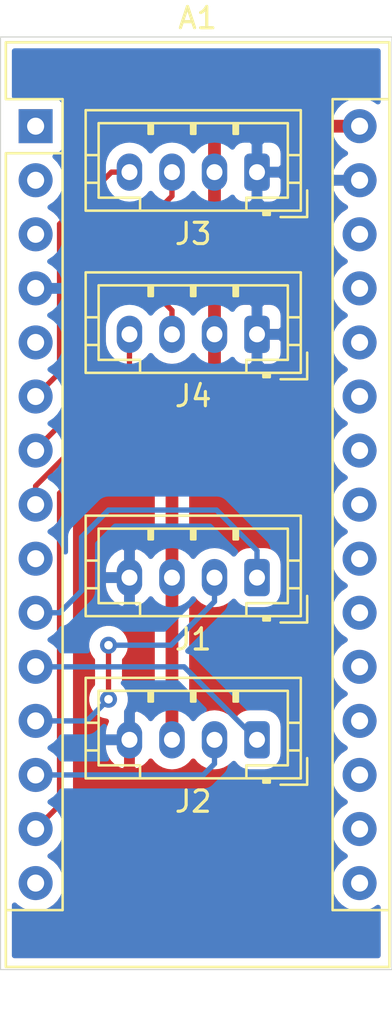
<source format=kicad_pcb>
(kicad_pcb (version 20171130) (host pcbnew "(5.1.5-0-10_14)")

  (general
    (thickness 1.6)
    (drawings 4)
    (tracks 49)
    (zones 0)
    (modules 5)
    (nets 11)
  )

  (page A4)
  (layers
    (0 F.Cu signal)
    (31 B.Cu signal)
    (32 B.Adhes user)
    (33 F.Adhes user)
    (34 B.Paste user)
    (35 F.Paste user)
    (36 B.SilkS user)
    (37 F.SilkS user)
    (38 B.Mask user)
    (39 F.Mask user)
    (40 Dwgs.User user)
    (41 Cmts.User user)
    (42 Eco1.User user)
    (43 Eco2.User user)
    (44 Edge.Cuts user)
    (45 Margin user)
    (46 B.CrtYd user)
    (47 F.CrtYd user)
    (48 B.Fab user)
    (49 F.Fab user)
  )

  (setup
    (last_trace_width 0.25)
    (trace_clearance 0.2)
    (zone_clearance 0.508)
    (zone_45_only no)
    (trace_min 0.2)
    (via_size 0.8)
    (via_drill 0.4)
    (via_min_size 0.4)
    (via_min_drill 0.3)
    (uvia_size 0.3)
    (uvia_drill 0.1)
    (uvias_allowed no)
    (uvia_min_size 0.2)
    (uvia_min_drill 0.1)
    (edge_width 0.05)
    (segment_width 0.2)
    (pcb_text_width 0.3)
    (pcb_text_size 1.5 1.5)
    (mod_edge_width 0.12)
    (mod_text_size 1 1)
    (mod_text_width 0.15)
    (pad_size 1.524 1.524)
    (pad_drill 0.762)
    (pad_to_mask_clearance 0.051)
    (solder_mask_min_width 0.25)
    (aux_axis_origin 0 0)
    (visible_elements FFFFFF7F)
    (pcbplotparams
      (layerselection 0x010fc_ffffffff)
      (usegerberextensions false)
      (usegerberattributes false)
      (usegerberadvancedattributes false)
      (creategerberjobfile false)
      (excludeedgelayer true)
      (linewidth 0.100000)
      (plotframeref false)
      (viasonmask false)
      (mode 1)
      (useauxorigin false)
      (hpglpennumber 1)
      (hpglpenspeed 20)
      (hpglpendiameter 15.000000)
      (psnegative false)
      (psa4output false)
      (plotreference true)
      (plotvalue true)
      (plotinvisibletext false)
      (padsonsilk false)
      (subtractmaskfromsilk false)
      (outputformat 1)
      (mirror false)
      (drillshape 1)
      (scaleselection 1)
      (outputdirectory ""))
  )

  (net 0 "")
  (net 1 ControlC2)
  (net 2 +12V)
  (net 3 ControlC1)
  (net 4 GND)
  (net 5 SenseC2)
  (net 6 SenseC1)
  (net 7 ControlF2)
  (net 8 ControlF1)
  (net 9 SenseF2)
  (net 10 SenseF1)

  (net_class Default "Dies ist die voreingestellte Netzklasse."
    (clearance 0.2)
    (trace_width 0.25)
    (via_dia 0.8)
    (via_drill 0.4)
    (uvia_dia 0.3)
    (uvia_drill 0.1)
    (add_net ControlC1)
    (add_net ControlC2)
    (add_net ControlF1)
    (add_net ControlF2)
    (add_net GND)
    (add_net SenseC1)
    (add_net SenseC2)
    (add_net SenseF1)
    (add_net SenseF2)
  )

  (net_class +12V ""
    (clearance 0.2)
    (trace_width 0.6)
    (via_dia 0.8)
    (via_drill 0.4)
    (uvia_dia 0.3)
    (uvia_drill 0.1)
    (add_net +12V)
  )

  (module Module:Arduino_Nano (layer F.Cu) (tedit 58ACAF70) (tstamp 5F39DE37)
    (at 124.841 87.376)
    (descr "Arduino Nano, http://www.mouser.com/pdfdocs/Gravitech_Arduino_Nano3_0.pdf")
    (tags "Arduino Nano")
    (path /5F398B77)
    (fp_text reference A1 (at 7.62 -5.08) (layer F.SilkS)
      (effects (font (size 1 1) (thickness 0.15)))
    )
    (fp_text value Arduino_Nano_v3.x (at 8.89 19.05 90) (layer F.Fab)
      (effects (font (size 1 1) (thickness 0.15)))
    )
    (fp_line (start 16.75 42.16) (end -1.53 42.16) (layer F.CrtYd) (width 0.05))
    (fp_line (start 16.75 42.16) (end 16.75 -4.06) (layer F.CrtYd) (width 0.05))
    (fp_line (start -1.53 -4.06) (end -1.53 42.16) (layer F.CrtYd) (width 0.05))
    (fp_line (start -1.53 -4.06) (end 16.75 -4.06) (layer F.CrtYd) (width 0.05))
    (fp_line (start 16.51 -3.81) (end 16.51 39.37) (layer F.Fab) (width 0.1))
    (fp_line (start 0 -3.81) (end 16.51 -3.81) (layer F.Fab) (width 0.1))
    (fp_line (start -1.27 -2.54) (end 0 -3.81) (layer F.Fab) (width 0.1))
    (fp_line (start -1.27 39.37) (end -1.27 -2.54) (layer F.Fab) (width 0.1))
    (fp_line (start 16.51 39.37) (end -1.27 39.37) (layer F.Fab) (width 0.1))
    (fp_line (start 16.64 -3.94) (end -1.4 -3.94) (layer F.SilkS) (width 0.12))
    (fp_line (start 16.64 39.5) (end 16.64 -3.94) (layer F.SilkS) (width 0.12))
    (fp_line (start -1.4 39.5) (end 16.64 39.5) (layer F.SilkS) (width 0.12))
    (fp_line (start 3.81 41.91) (end 3.81 31.75) (layer F.Fab) (width 0.1))
    (fp_line (start 11.43 41.91) (end 3.81 41.91) (layer F.Fab) (width 0.1))
    (fp_line (start 11.43 31.75) (end 11.43 41.91) (layer F.Fab) (width 0.1))
    (fp_line (start 3.81 31.75) (end 11.43 31.75) (layer F.Fab) (width 0.1))
    (fp_line (start 1.27 36.83) (end -1.4 36.83) (layer F.SilkS) (width 0.12))
    (fp_line (start 1.27 1.27) (end 1.27 36.83) (layer F.SilkS) (width 0.12))
    (fp_line (start 1.27 1.27) (end -1.4 1.27) (layer F.SilkS) (width 0.12))
    (fp_line (start 13.97 36.83) (end 16.64 36.83) (layer F.SilkS) (width 0.12))
    (fp_line (start 13.97 -1.27) (end 13.97 36.83) (layer F.SilkS) (width 0.12))
    (fp_line (start 13.97 -1.27) (end 16.64 -1.27) (layer F.SilkS) (width 0.12))
    (fp_line (start -1.4 -3.94) (end -1.4 -1.27) (layer F.SilkS) (width 0.12))
    (fp_line (start -1.4 1.27) (end -1.4 39.5) (layer F.SilkS) (width 0.12))
    (fp_line (start 1.27 -1.27) (end -1.4 -1.27) (layer F.SilkS) (width 0.12))
    (fp_line (start 1.27 1.27) (end 1.27 -1.27) (layer F.SilkS) (width 0.12))
    (fp_text user %R (at 6.35 19.05 90) (layer F.Fab)
      (effects (font (size 1 1) (thickness 0.15)))
    )
    (pad 16 thru_hole oval (at 15.24 35.56) (size 1.6 1.6) (drill 0.8) (layers *.Cu *.Mask))
    (pad 15 thru_hole oval (at 0 35.56) (size 1.6 1.6) (drill 0.8) (layers *.Cu *.Mask))
    (pad 30 thru_hole oval (at 15.24 0) (size 1.6 1.6) (drill 0.8) (layers *.Cu *.Mask)
      (net 2 +12V))
    (pad 14 thru_hole oval (at 0 33.02) (size 1.6 1.6) (drill 0.8) (layers *.Cu *.Mask)
      (net 7 ControlF2))
    (pad 29 thru_hole oval (at 15.24 2.54) (size 1.6 1.6) (drill 0.8) (layers *.Cu *.Mask)
      (net 4 GND))
    (pad 13 thru_hole oval (at 0 30.48) (size 1.6 1.6) (drill 0.8) (layers *.Cu *.Mask)
      (net 5 SenseC2))
    (pad 28 thru_hole oval (at 15.24 5.08) (size 1.6 1.6) (drill 0.8) (layers *.Cu *.Mask))
    (pad 12 thru_hole oval (at 0 27.94) (size 1.6 1.6) (drill 0.8) (layers *.Cu *.Mask)
      (net 6 SenseC1))
    (pad 27 thru_hole oval (at 15.24 7.62) (size 1.6 1.6) (drill 0.8) (layers *.Cu *.Mask))
    (pad 11 thru_hole oval (at 0 25.4) (size 1.6 1.6) (drill 0.8) (layers *.Cu *.Mask)
      (net 1 ControlC2))
    (pad 26 thru_hole oval (at 15.24 10.16) (size 1.6 1.6) (drill 0.8) (layers *.Cu *.Mask))
    (pad 10 thru_hole oval (at 0 22.86) (size 1.6 1.6) (drill 0.8) (layers *.Cu *.Mask)
      (net 3 ControlC1))
    (pad 25 thru_hole oval (at 15.24 12.7) (size 1.6 1.6) (drill 0.8) (layers *.Cu *.Mask))
    (pad 9 thru_hole oval (at 0 20.32) (size 1.6 1.6) (drill 0.8) (layers *.Cu *.Mask))
    (pad 24 thru_hole oval (at 15.24 15.24) (size 1.6 1.6) (drill 0.8) (layers *.Cu *.Mask))
    (pad 8 thru_hole oval (at 0 17.78) (size 1.6 1.6) (drill 0.8) (layers *.Cu *.Mask)
      (net 9 SenseF2))
    (pad 23 thru_hole oval (at 15.24 17.78) (size 1.6 1.6) (drill 0.8) (layers *.Cu *.Mask))
    (pad 7 thru_hole oval (at 0 15.24) (size 1.6 1.6) (drill 0.8) (layers *.Cu *.Mask)
      (net 10 SenseF1))
    (pad 22 thru_hole oval (at 15.24 20.32) (size 1.6 1.6) (drill 0.8) (layers *.Cu *.Mask))
    (pad 6 thru_hole oval (at 0 12.7) (size 1.6 1.6) (drill 0.8) (layers *.Cu *.Mask)
      (net 8 ControlF1))
    (pad 21 thru_hole oval (at 15.24 22.86) (size 1.6 1.6) (drill 0.8) (layers *.Cu *.Mask))
    (pad 5 thru_hole oval (at 0 10.16) (size 1.6 1.6) (drill 0.8) (layers *.Cu *.Mask))
    (pad 20 thru_hole oval (at 15.24 25.4) (size 1.6 1.6) (drill 0.8) (layers *.Cu *.Mask))
    (pad 4 thru_hole oval (at 0 7.62) (size 1.6 1.6) (drill 0.8) (layers *.Cu *.Mask)
      (net 4 GND))
    (pad 19 thru_hole oval (at 15.24 27.94) (size 1.6 1.6) (drill 0.8) (layers *.Cu *.Mask))
    (pad 3 thru_hole oval (at 0 5.08) (size 1.6 1.6) (drill 0.8) (layers *.Cu *.Mask))
    (pad 18 thru_hole oval (at 15.24 30.48) (size 1.6 1.6) (drill 0.8) (layers *.Cu *.Mask))
    (pad 2 thru_hole oval (at 0 2.54) (size 1.6 1.6) (drill 0.8) (layers *.Cu *.Mask))
    (pad 17 thru_hole oval (at 15.24 33.02) (size 1.6 1.6) (drill 0.8) (layers *.Cu *.Mask))
    (pad 1 thru_hole rect (at 0 0) (size 1.6 1.6) (drill 0.8) (layers *.Cu *.Mask))
    (model ${KISYS3DMOD}/Module.3dshapes/Arduino_Nano_WithMountingHoles.wrl
      (at (xyz 0 0 0))
      (scale (xyz 1 1 1))
      (rotate (xyz 0 0 0))
    )
  )

  (module Connector_JST:JST_PH_B4B-PH-K_1x04_P2.00mm_Vertical (layer F.Cu) (tedit 5B7745C2) (tstamp 5F39D637)
    (at 135.255 97.155 180)
    (descr "JST PH series connector, B4B-PH-K (http://www.jst-mfg.com/product/pdf/eng/ePH.pdf), generated with kicad-footprint-generator")
    (tags "connector JST PH side entry")
    (path /5F39FA4E)
    (fp_text reference J4 (at 3 -2.9) (layer F.SilkS)
      (effects (font (size 1 1) (thickness 0.15)))
    )
    (fp_text value Conn_01x04_Male (at 3 4) (layer F.Fab)
      (effects (font (size 1 1) (thickness 0.15)))
    )
    (fp_text user %R (at 3 1.5) (layer F.Fab)
      (effects (font (size 1 1) (thickness 0.15)))
    )
    (fp_line (start 8.45 -2.2) (end -2.45 -2.2) (layer F.CrtYd) (width 0.05))
    (fp_line (start 8.45 3.3) (end 8.45 -2.2) (layer F.CrtYd) (width 0.05))
    (fp_line (start -2.45 3.3) (end 8.45 3.3) (layer F.CrtYd) (width 0.05))
    (fp_line (start -2.45 -2.2) (end -2.45 3.3) (layer F.CrtYd) (width 0.05))
    (fp_line (start 7.95 -1.7) (end -1.95 -1.7) (layer F.Fab) (width 0.1))
    (fp_line (start 7.95 2.8) (end 7.95 -1.7) (layer F.Fab) (width 0.1))
    (fp_line (start -1.95 2.8) (end 7.95 2.8) (layer F.Fab) (width 0.1))
    (fp_line (start -1.95 -1.7) (end -1.95 2.8) (layer F.Fab) (width 0.1))
    (fp_line (start -2.36 -2.11) (end -2.36 -0.86) (layer F.Fab) (width 0.1))
    (fp_line (start -1.11 -2.11) (end -2.36 -2.11) (layer F.Fab) (width 0.1))
    (fp_line (start -2.36 -2.11) (end -2.36 -0.86) (layer F.SilkS) (width 0.12))
    (fp_line (start -1.11 -2.11) (end -2.36 -2.11) (layer F.SilkS) (width 0.12))
    (fp_line (start 5 2.3) (end 5 1.8) (layer F.SilkS) (width 0.12))
    (fp_line (start 5.1 1.8) (end 5.1 2.3) (layer F.SilkS) (width 0.12))
    (fp_line (start 4.9 1.8) (end 5.1 1.8) (layer F.SilkS) (width 0.12))
    (fp_line (start 4.9 2.3) (end 4.9 1.8) (layer F.SilkS) (width 0.12))
    (fp_line (start 3 2.3) (end 3 1.8) (layer F.SilkS) (width 0.12))
    (fp_line (start 3.1 1.8) (end 3.1 2.3) (layer F.SilkS) (width 0.12))
    (fp_line (start 2.9 1.8) (end 3.1 1.8) (layer F.SilkS) (width 0.12))
    (fp_line (start 2.9 2.3) (end 2.9 1.8) (layer F.SilkS) (width 0.12))
    (fp_line (start 1 2.3) (end 1 1.8) (layer F.SilkS) (width 0.12))
    (fp_line (start 1.1 1.8) (end 1.1 2.3) (layer F.SilkS) (width 0.12))
    (fp_line (start 0.9 1.8) (end 1.1 1.8) (layer F.SilkS) (width 0.12))
    (fp_line (start 0.9 2.3) (end 0.9 1.8) (layer F.SilkS) (width 0.12))
    (fp_line (start 8.06 0.8) (end 7.45 0.8) (layer F.SilkS) (width 0.12))
    (fp_line (start 8.06 -0.5) (end 7.45 -0.5) (layer F.SilkS) (width 0.12))
    (fp_line (start -2.06 0.8) (end -1.45 0.8) (layer F.SilkS) (width 0.12))
    (fp_line (start -2.06 -0.5) (end -1.45 -0.5) (layer F.SilkS) (width 0.12))
    (fp_line (start 5.5 -1.2) (end 5.5 -1.81) (layer F.SilkS) (width 0.12))
    (fp_line (start 7.45 -1.2) (end 5.5 -1.2) (layer F.SilkS) (width 0.12))
    (fp_line (start 7.45 2.3) (end 7.45 -1.2) (layer F.SilkS) (width 0.12))
    (fp_line (start -1.45 2.3) (end 7.45 2.3) (layer F.SilkS) (width 0.12))
    (fp_line (start -1.45 -1.2) (end -1.45 2.3) (layer F.SilkS) (width 0.12))
    (fp_line (start 0.5 -1.2) (end -1.45 -1.2) (layer F.SilkS) (width 0.12))
    (fp_line (start 0.5 -1.81) (end 0.5 -1.2) (layer F.SilkS) (width 0.12))
    (fp_line (start -0.3 -1.91) (end -0.6 -1.91) (layer F.SilkS) (width 0.12))
    (fp_line (start -0.6 -2.01) (end -0.6 -1.81) (layer F.SilkS) (width 0.12))
    (fp_line (start -0.3 -2.01) (end -0.6 -2.01) (layer F.SilkS) (width 0.12))
    (fp_line (start -0.3 -1.81) (end -0.3 -2.01) (layer F.SilkS) (width 0.12))
    (fp_line (start 8.06 -1.81) (end -2.06 -1.81) (layer F.SilkS) (width 0.12))
    (fp_line (start 8.06 2.91) (end 8.06 -1.81) (layer F.SilkS) (width 0.12))
    (fp_line (start -2.06 2.91) (end 8.06 2.91) (layer F.SilkS) (width 0.12))
    (fp_line (start -2.06 -1.81) (end -2.06 2.91) (layer F.SilkS) (width 0.12))
    (pad 4 thru_hole oval (at 6 0 180) (size 1.2 1.75) (drill 0.75) (layers *.Cu *.Mask)
      (net 7 ControlF2))
    (pad 3 thru_hole oval (at 4 0 180) (size 1.2 1.75) (drill 0.75) (layers *.Cu *.Mask)
      (net 9 SenseF2))
    (pad 2 thru_hole oval (at 2 0 180) (size 1.2 1.75) (drill 0.75) (layers *.Cu *.Mask)
      (net 2 +12V))
    (pad 1 thru_hole roundrect (at 0 0 180) (size 1.2 1.75) (drill 0.75) (layers *.Cu *.Mask) (roundrect_rratio 0.208333)
      (net 4 GND))
    (model ${KISYS3DMOD}/Connector_JST.3dshapes/JST_PH_B4B-PH-K_1x04_P2.00mm_Vertical.wrl
      (at (xyz 0 0 0))
      (scale (xyz 1 1 1))
      (rotate (xyz 0 0 0))
    )
  )

  (module Connector_JST:JST_PH_B4B-PH-K_1x04_P2.00mm_Vertical (layer F.Cu) (tedit 5B7745C2) (tstamp 5F3EBBF5)
    (at 135.255 89.535 180)
    (descr "JST PH series connector, B4B-PH-K (http://www.jst-mfg.com/product/pdf/eng/ePH.pdf), generated with kicad-footprint-generator")
    (tags "connector JST PH side entry")
    (path /5F39EF29)
    (fp_text reference J3 (at 3 -2.9) (layer F.SilkS)
      (effects (font (size 1 1) (thickness 0.15)))
    )
    (fp_text value Conn_01x04_Male (at 3 4) (layer F.Fab)
      (effects (font (size 1 1) (thickness 0.15)))
    )
    (fp_text user %R (at 3 1.5) (layer F.Fab)
      (effects (font (size 1 1) (thickness 0.15)))
    )
    (fp_line (start 8.45 -2.2) (end -2.45 -2.2) (layer F.CrtYd) (width 0.05))
    (fp_line (start 8.45 3.3) (end 8.45 -2.2) (layer F.CrtYd) (width 0.05))
    (fp_line (start -2.45 3.3) (end 8.45 3.3) (layer F.CrtYd) (width 0.05))
    (fp_line (start -2.45 -2.2) (end -2.45 3.3) (layer F.CrtYd) (width 0.05))
    (fp_line (start 7.95 -1.7) (end -1.95 -1.7) (layer F.Fab) (width 0.1))
    (fp_line (start 7.95 2.8) (end 7.95 -1.7) (layer F.Fab) (width 0.1))
    (fp_line (start -1.95 2.8) (end 7.95 2.8) (layer F.Fab) (width 0.1))
    (fp_line (start -1.95 -1.7) (end -1.95 2.8) (layer F.Fab) (width 0.1))
    (fp_line (start -2.36 -2.11) (end -2.36 -0.86) (layer F.Fab) (width 0.1))
    (fp_line (start -1.11 -2.11) (end -2.36 -2.11) (layer F.Fab) (width 0.1))
    (fp_line (start -2.36 -2.11) (end -2.36 -0.86) (layer F.SilkS) (width 0.12))
    (fp_line (start -1.11 -2.11) (end -2.36 -2.11) (layer F.SilkS) (width 0.12))
    (fp_line (start 5 2.3) (end 5 1.8) (layer F.SilkS) (width 0.12))
    (fp_line (start 5.1 1.8) (end 5.1 2.3) (layer F.SilkS) (width 0.12))
    (fp_line (start 4.9 1.8) (end 5.1 1.8) (layer F.SilkS) (width 0.12))
    (fp_line (start 4.9 2.3) (end 4.9 1.8) (layer F.SilkS) (width 0.12))
    (fp_line (start 3 2.3) (end 3 1.8) (layer F.SilkS) (width 0.12))
    (fp_line (start 3.1 1.8) (end 3.1 2.3) (layer F.SilkS) (width 0.12))
    (fp_line (start 2.9 1.8) (end 3.1 1.8) (layer F.SilkS) (width 0.12))
    (fp_line (start 2.9 2.3) (end 2.9 1.8) (layer F.SilkS) (width 0.12))
    (fp_line (start 1 2.3) (end 1 1.8) (layer F.SilkS) (width 0.12))
    (fp_line (start 1.1 1.8) (end 1.1 2.3) (layer F.SilkS) (width 0.12))
    (fp_line (start 0.9 1.8) (end 1.1 1.8) (layer F.SilkS) (width 0.12))
    (fp_line (start 0.9 2.3) (end 0.9 1.8) (layer F.SilkS) (width 0.12))
    (fp_line (start 8.06 0.8) (end 7.45 0.8) (layer F.SilkS) (width 0.12))
    (fp_line (start 8.06 -0.5) (end 7.45 -0.5) (layer F.SilkS) (width 0.12))
    (fp_line (start -2.06 0.8) (end -1.45 0.8) (layer F.SilkS) (width 0.12))
    (fp_line (start -2.06 -0.5) (end -1.45 -0.5) (layer F.SilkS) (width 0.12))
    (fp_line (start 5.5 -1.2) (end 5.5 -1.81) (layer F.SilkS) (width 0.12))
    (fp_line (start 7.45 -1.2) (end 5.5 -1.2) (layer F.SilkS) (width 0.12))
    (fp_line (start 7.45 2.3) (end 7.45 -1.2) (layer F.SilkS) (width 0.12))
    (fp_line (start -1.45 2.3) (end 7.45 2.3) (layer F.SilkS) (width 0.12))
    (fp_line (start -1.45 -1.2) (end -1.45 2.3) (layer F.SilkS) (width 0.12))
    (fp_line (start 0.5 -1.2) (end -1.45 -1.2) (layer F.SilkS) (width 0.12))
    (fp_line (start 0.5 -1.81) (end 0.5 -1.2) (layer F.SilkS) (width 0.12))
    (fp_line (start -0.3 -1.91) (end -0.6 -1.91) (layer F.SilkS) (width 0.12))
    (fp_line (start -0.6 -2.01) (end -0.6 -1.81) (layer F.SilkS) (width 0.12))
    (fp_line (start -0.3 -2.01) (end -0.6 -2.01) (layer F.SilkS) (width 0.12))
    (fp_line (start -0.3 -1.81) (end -0.3 -2.01) (layer F.SilkS) (width 0.12))
    (fp_line (start 8.06 -1.81) (end -2.06 -1.81) (layer F.SilkS) (width 0.12))
    (fp_line (start 8.06 2.91) (end 8.06 -1.81) (layer F.SilkS) (width 0.12))
    (fp_line (start -2.06 2.91) (end 8.06 2.91) (layer F.SilkS) (width 0.12))
    (fp_line (start -2.06 -1.81) (end -2.06 2.91) (layer F.SilkS) (width 0.12))
    (pad 4 thru_hole oval (at 6 0 180) (size 1.2 1.75) (drill 0.75) (layers *.Cu *.Mask)
      (net 8 ControlF1))
    (pad 3 thru_hole oval (at 4 0 180) (size 1.2 1.75) (drill 0.75) (layers *.Cu *.Mask)
      (net 10 SenseF1))
    (pad 2 thru_hole oval (at 2 0 180) (size 1.2 1.75) (drill 0.75) (layers *.Cu *.Mask)
      (net 2 +12V))
    (pad 1 thru_hole roundrect (at 0 0 180) (size 1.2 1.75) (drill 0.75) (layers *.Cu *.Mask) (roundrect_rratio 0.208333)
      (net 4 GND))
    (model ${KISYS3DMOD}/Connector_JST.3dshapes/JST_PH_B4B-PH-K_1x04_P2.00mm_Vertical.wrl
      (at (xyz 0 0 0))
      (scale (xyz 1 1 1))
      (rotate (xyz 0 0 0))
    )
  )

  (module Connector_JST:JST_PH_B4B-PH-K_1x04_P2.00mm_Vertical (layer F.Cu) (tedit 5B7745C2) (tstamp 5F3EC378)
    (at 135.255 116.205 180)
    (descr "JST PH series connector, B4B-PH-K (http://www.jst-mfg.com/product/pdf/eng/ePH.pdf), generated with kicad-footprint-generator")
    (tags "connector JST PH side entry")
    (path /5F39D9A8)
    (fp_text reference J2 (at 3 -2.9) (layer F.SilkS)
      (effects (font (size 1 1) (thickness 0.15)))
    )
    (fp_text value Conn_01x04_Male (at 3 4) (layer F.Fab)
      (effects (font (size 1 1) (thickness 0.15)))
    )
    (fp_text user %R (at 3 1.5) (layer F.Fab)
      (effects (font (size 1 1) (thickness 0.15)))
    )
    (fp_line (start 8.45 -2.2) (end -2.45 -2.2) (layer F.CrtYd) (width 0.05))
    (fp_line (start 8.45 3.3) (end 8.45 -2.2) (layer F.CrtYd) (width 0.05))
    (fp_line (start -2.45 3.3) (end 8.45 3.3) (layer F.CrtYd) (width 0.05))
    (fp_line (start -2.45 -2.2) (end -2.45 3.3) (layer F.CrtYd) (width 0.05))
    (fp_line (start 7.95 -1.7) (end -1.95 -1.7) (layer F.Fab) (width 0.1))
    (fp_line (start 7.95 2.8) (end 7.95 -1.7) (layer F.Fab) (width 0.1))
    (fp_line (start -1.95 2.8) (end 7.95 2.8) (layer F.Fab) (width 0.1))
    (fp_line (start -1.95 -1.7) (end -1.95 2.8) (layer F.Fab) (width 0.1))
    (fp_line (start -2.36 -2.11) (end -2.36 -0.86) (layer F.Fab) (width 0.1))
    (fp_line (start -1.11 -2.11) (end -2.36 -2.11) (layer F.Fab) (width 0.1))
    (fp_line (start -2.36 -2.11) (end -2.36 -0.86) (layer F.SilkS) (width 0.12))
    (fp_line (start -1.11 -2.11) (end -2.36 -2.11) (layer F.SilkS) (width 0.12))
    (fp_line (start 5 2.3) (end 5 1.8) (layer F.SilkS) (width 0.12))
    (fp_line (start 5.1 1.8) (end 5.1 2.3) (layer F.SilkS) (width 0.12))
    (fp_line (start 4.9 1.8) (end 5.1 1.8) (layer F.SilkS) (width 0.12))
    (fp_line (start 4.9 2.3) (end 4.9 1.8) (layer F.SilkS) (width 0.12))
    (fp_line (start 3 2.3) (end 3 1.8) (layer F.SilkS) (width 0.12))
    (fp_line (start 3.1 1.8) (end 3.1 2.3) (layer F.SilkS) (width 0.12))
    (fp_line (start 2.9 1.8) (end 3.1 1.8) (layer F.SilkS) (width 0.12))
    (fp_line (start 2.9 2.3) (end 2.9 1.8) (layer F.SilkS) (width 0.12))
    (fp_line (start 1 2.3) (end 1 1.8) (layer F.SilkS) (width 0.12))
    (fp_line (start 1.1 1.8) (end 1.1 2.3) (layer F.SilkS) (width 0.12))
    (fp_line (start 0.9 1.8) (end 1.1 1.8) (layer F.SilkS) (width 0.12))
    (fp_line (start 0.9 2.3) (end 0.9 1.8) (layer F.SilkS) (width 0.12))
    (fp_line (start 8.06 0.8) (end 7.45 0.8) (layer F.SilkS) (width 0.12))
    (fp_line (start 8.06 -0.5) (end 7.45 -0.5) (layer F.SilkS) (width 0.12))
    (fp_line (start -2.06 0.8) (end -1.45 0.8) (layer F.SilkS) (width 0.12))
    (fp_line (start -2.06 -0.5) (end -1.45 -0.5) (layer F.SilkS) (width 0.12))
    (fp_line (start 5.5 -1.2) (end 5.5 -1.81) (layer F.SilkS) (width 0.12))
    (fp_line (start 7.45 -1.2) (end 5.5 -1.2) (layer F.SilkS) (width 0.12))
    (fp_line (start 7.45 2.3) (end 7.45 -1.2) (layer F.SilkS) (width 0.12))
    (fp_line (start -1.45 2.3) (end 7.45 2.3) (layer F.SilkS) (width 0.12))
    (fp_line (start -1.45 -1.2) (end -1.45 2.3) (layer F.SilkS) (width 0.12))
    (fp_line (start 0.5 -1.2) (end -1.45 -1.2) (layer F.SilkS) (width 0.12))
    (fp_line (start 0.5 -1.81) (end 0.5 -1.2) (layer F.SilkS) (width 0.12))
    (fp_line (start -0.3 -1.91) (end -0.6 -1.91) (layer F.SilkS) (width 0.12))
    (fp_line (start -0.6 -2.01) (end -0.6 -1.81) (layer F.SilkS) (width 0.12))
    (fp_line (start -0.3 -2.01) (end -0.6 -2.01) (layer F.SilkS) (width 0.12))
    (fp_line (start -0.3 -1.81) (end -0.3 -2.01) (layer F.SilkS) (width 0.12))
    (fp_line (start 8.06 -1.81) (end -2.06 -1.81) (layer F.SilkS) (width 0.12))
    (fp_line (start 8.06 2.91) (end 8.06 -1.81) (layer F.SilkS) (width 0.12))
    (fp_line (start -2.06 2.91) (end 8.06 2.91) (layer F.SilkS) (width 0.12))
    (fp_line (start -2.06 -1.81) (end -2.06 2.91) (layer F.SilkS) (width 0.12))
    (pad 4 thru_hole oval (at 6 0 180) (size 1.2 1.75) (drill 0.75) (layers *.Cu *.Mask)
      (net 4 GND))
    (pad 3 thru_hole oval (at 4 0 180) (size 1.2 1.75) (drill 0.75) (layers *.Cu *.Mask)
      (net 2 +12V))
    (pad 2 thru_hole oval (at 2 0 180) (size 1.2 1.75) (drill 0.75) (layers *.Cu *.Mask)
      (net 5 SenseC2))
    (pad 1 thru_hole roundrect (at 0 0 180) (size 1.2 1.75) (drill 0.75) (layers *.Cu *.Mask) (roundrect_rratio 0.208333)
      (net 1 ControlC2))
    (model ${KISYS3DMOD}/Connector_JST.3dshapes/JST_PH_B4B-PH-K_1x04_P2.00mm_Vertical.wrl
      (at (xyz 0 0 0))
      (scale (xyz 1 1 1))
      (rotate (xyz 0 0 0))
    )
  )

  (module Connector_JST:JST_PH_B4B-PH-K_1x04_P2.00mm_Vertical (layer F.Cu) (tedit 5B7745C2) (tstamp 5F39DA4B)
    (at 135.255 108.585 180)
    (descr "JST PH series connector, B4B-PH-K (http://www.jst-mfg.com/product/pdf/eng/ePH.pdf), generated with kicad-footprint-generator")
    (tags "connector JST PH side entry")
    (path /5F39CDA1)
    (fp_text reference J1 (at 3 -2.9) (layer F.SilkS)
      (effects (font (size 1 1) (thickness 0.15)))
    )
    (fp_text value Conn_01x04_Male (at 3 4) (layer F.Fab)
      (effects (font (size 1 1) (thickness 0.15)))
    )
    (fp_text user %R (at 3 1.5) (layer F.Fab)
      (effects (font (size 1 1) (thickness 0.15)))
    )
    (fp_line (start 8.45 -2.2) (end -2.45 -2.2) (layer F.CrtYd) (width 0.05))
    (fp_line (start 8.45 3.3) (end 8.45 -2.2) (layer F.CrtYd) (width 0.05))
    (fp_line (start -2.45 3.3) (end 8.45 3.3) (layer F.CrtYd) (width 0.05))
    (fp_line (start -2.45 -2.2) (end -2.45 3.3) (layer F.CrtYd) (width 0.05))
    (fp_line (start 7.95 -1.7) (end -1.95 -1.7) (layer F.Fab) (width 0.1))
    (fp_line (start 7.95 2.8) (end 7.95 -1.7) (layer F.Fab) (width 0.1))
    (fp_line (start -1.95 2.8) (end 7.95 2.8) (layer F.Fab) (width 0.1))
    (fp_line (start -1.95 -1.7) (end -1.95 2.8) (layer F.Fab) (width 0.1))
    (fp_line (start -2.36 -2.11) (end -2.36 -0.86) (layer F.Fab) (width 0.1))
    (fp_line (start -1.11 -2.11) (end -2.36 -2.11) (layer F.Fab) (width 0.1))
    (fp_line (start -2.36 -2.11) (end -2.36 -0.86) (layer F.SilkS) (width 0.12))
    (fp_line (start -1.11 -2.11) (end -2.36 -2.11) (layer F.SilkS) (width 0.12))
    (fp_line (start 5 2.3) (end 5 1.8) (layer F.SilkS) (width 0.12))
    (fp_line (start 5.1 1.8) (end 5.1 2.3) (layer F.SilkS) (width 0.12))
    (fp_line (start 4.9 1.8) (end 5.1 1.8) (layer F.SilkS) (width 0.12))
    (fp_line (start 4.9 2.3) (end 4.9 1.8) (layer F.SilkS) (width 0.12))
    (fp_line (start 3 2.3) (end 3 1.8) (layer F.SilkS) (width 0.12))
    (fp_line (start 3.1 1.8) (end 3.1 2.3) (layer F.SilkS) (width 0.12))
    (fp_line (start 2.9 1.8) (end 3.1 1.8) (layer F.SilkS) (width 0.12))
    (fp_line (start 2.9 2.3) (end 2.9 1.8) (layer F.SilkS) (width 0.12))
    (fp_line (start 1 2.3) (end 1 1.8) (layer F.SilkS) (width 0.12))
    (fp_line (start 1.1 1.8) (end 1.1 2.3) (layer F.SilkS) (width 0.12))
    (fp_line (start 0.9 1.8) (end 1.1 1.8) (layer F.SilkS) (width 0.12))
    (fp_line (start 0.9 2.3) (end 0.9 1.8) (layer F.SilkS) (width 0.12))
    (fp_line (start 8.06 0.8) (end 7.45 0.8) (layer F.SilkS) (width 0.12))
    (fp_line (start 8.06 -0.5) (end 7.45 -0.5) (layer F.SilkS) (width 0.12))
    (fp_line (start -2.06 0.8) (end -1.45 0.8) (layer F.SilkS) (width 0.12))
    (fp_line (start -2.06 -0.5) (end -1.45 -0.5) (layer F.SilkS) (width 0.12))
    (fp_line (start 5.5 -1.2) (end 5.5 -1.81) (layer F.SilkS) (width 0.12))
    (fp_line (start 7.45 -1.2) (end 5.5 -1.2) (layer F.SilkS) (width 0.12))
    (fp_line (start 7.45 2.3) (end 7.45 -1.2) (layer F.SilkS) (width 0.12))
    (fp_line (start -1.45 2.3) (end 7.45 2.3) (layer F.SilkS) (width 0.12))
    (fp_line (start -1.45 -1.2) (end -1.45 2.3) (layer F.SilkS) (width 0.12))
    (fp_line (start 0.5 -1.2) (end -1.45 -1.2) (layer F.SilkS) (width 0.12))
    (fp_line (start 0.5 -1.81) (end 0.5 -1.2) (layer F.SilkS) (width 0.12))
    (fp_line (start -0.3 -1.91) (end -0.6 -1.91) (layer F.SilkS) (width 0.12))
    (fp_line (start -0.6 -2.01) (end -0.6 -1.81) (layer F.SilkS) (width 0.12))
    (fp_line (start -0.3 -2.01) (end -0.6 -2.01) (layer F.SilkS) (width 0.12))
    (fp_line (start -0.3 -1.81) (end -0.3 -2.01) (layer F.SilkS) (width 0.12))
    (fp_line (start 8.06 -1.81) (end -2.06 -1.81) (layer F.SilkS) (width 0.12))
    (fp_line (start 8.06 2.91) (end 8.06 -1.81) (layer F.SilkS) (width 0.12))
    (fp_line (start -2.06 2.91) (end 8.06 2.91) (layer F.SilkS) (width 0.12))
    (fp_line (start -2.06 -1.81) (end -2.06 2.91) (layer F.SilkS) (width 0.12))
    (pad 4 thru_hole oval (at 6 0 180) (size 1.2 1.75) (drill 0.75) (layers *.Cu *.Mask)
      (net 4 GND))
    (pad 3 thru_hole oval (at 4 0 180) (size 1.2 1.75) (drill 0.75) (layers *.Cu *.Mask)
      (net 2 +12V))
    (pad 2 thru_hole oval (at 2 0 180) (size 1.2 1.75) (drill 0.75) (layers *.Cu *.Mask)
      (net 6 SenseC1))
    (pad 1 thru_hole roundrect (at 0 0 180) (size 1.2 1.75) (drill 0.75) (layers *.Cu *.Mask) (roundrect_rratio 0.208333)
      (net 3 ControlC1))
    (model ${KISYS3DMOD}/Connector_JST.3dshapes/JST_PH_B4B-PH-K_1x04_P2.00mm_Vertical.wrl
      (at (xyz 0 0 0))
      (scale (xyz 1 1 1))
      (rotate (xyz 0 0 0))
    )
  )

  (gr_line (start 123.19 127) (end 141.605 127) (layer Edge.Cuts) (width 0.05) (tstamp 5F39F113))
  (gr_line (start 123.19 83.185) (end 123.19 127) (layer Edge.Cuts) (width 0.05))
  (gr_line (start 141.605 83.185) (end 123.19 83.185) (layer Edge.Cuts) (width 0.05))
  (gr_line (start 141.605 127) (end 141.605 83.185) (layer Edge.Cuts) (width 0.05))

  (segment (start 131.826 112.776) (end 124.841 112.776) (width 0.25) (layer B.Cu) (net 1))
  (segment (start 135.255 116.205) (end 131.826 112.776) (width 0.25) (layer B.Cu) (net 1))
  (segment (start 133.255 89.535) (end 133.255 97.155) (width 0.6) (layer F.Cu) (net 2))
  (segment (start 133.255 97.155) (end 133.255 101.695) (width 0.6) (layer F.Cu) (net 2))
  (segment (start 131.255 103.695) (end 131.255 108.585) (width 0.6) (layer F.Cu) (net 2))
  (segment (start 133.255 101.695) (end 131.255 103.695) (width 0.6) (layer F.Cu) (net 2))
  (segment (start 131.255 108.585) (end 131.255 116.205) (width 0.6) (layer F.Cu) (net 2))
  (segment (start 133.255 88.06) (end 133.255 89.535) (width 0.6) (layer F.Cu) (net 2))
  (segment (start 133.939 87.376) (end 133.255 88.06) (width 0.6) (layer F.Cu) (net 2))
  (segment (start 140.081 87.376) (end 133.939 87.376) (width 0.6) (layer F.Cu) (net 2))
  (segment (start 133.35 105.41) (end 135.255 107.315) (width 0.25) (layer B.Cu) (net 3))
  (segment (start 127 106.68) (end 128.27 105.41) (width 0.25) (layer B.Cu) (net 3))
  (segment (start 128.27 105.41) (end 133.35 105.41) (width 0.25) (layer B.Cu) (net 3))
  (segment (start 135.255 107.315) (end 135.255 108.585) (width 0.25) (layer B.Cu) (net 3))
  (segment (start 125.97237 110.236) (end 127 109.20837) (width 0.25) (layer B.Cu) (net 3))
  (segment (start 127 109.20837) (end 127 106.68) (width 0.25) (layer B.Cu) (net 3))
  (segment (start 124.841 110.236) (end 125.97237 110.236) (width 0.25) (layer B.Cu) (net 3))
  (segment (start 133.255 117.33) (end 133.255 116.205) (width 0.25) (layer B.Cu) (net 5))
  (segment (start 132.729 117.856) (end 133.255 117.33) (width 0.25) (layer B.Cu) (net 5))
  (segment (start 124.841 117.856) (end 132.729 117.856) (width 0.25) (layer B.Cu) (net 5))
  (via (at 128.27 114.3) (size 0.8) (drill 0.4) (layers F.Cu B.Cu) (net 6))
  (segment (start 127.254 115.316) (end 128.27 114.3) (width 0.25) (layer B.Cu) (net 6))
  (segment (start 124.841 115.316) (end 127.254 115.316) (width 0.25) (layer B.Cu) (net 6))
  (via (at 128.27 111.76) (size 0.8) (drill 0.4) (layers F.Cu B.Cu) (net 6))
  (segment (start 128.27 114.3) (end 128.27 111.76) (width 0.25) (layer F.Cu) (net 6))
  (segment (start 133.255 109.71) (end 133.255 108.585) (width 0.25) (layer B.Cu) (net 6))
  (segment (start 131.205 111.76) (end 133.255 109.71) (width 0.25) (layer B.Cu) (net 6))
  (segment (start 128.27 111.76) (end 131.205 111.76) (width 0.25) (layer B.Cu) (net 6))
  (segment (start 129.255 98.28) (end 129.255 97.155) (width 0.25) (layer F.Cu) (net 7))
  (segment (start 129.255 101.327) (end 129.255 98.28) (width 0.25) (layer F.Cu) (net 7))
  (segment (start 125.966001 104.615999) (end 129.255 101.327) (width 0.25) (layer F.Cu) (net 7))
  (segment (start 125.966001 119.270999) (end 125.966001 104.615999) (width 0.25) (layer F.Cu) (net 7))
  (segment (start 124.841 120.396) (end 125.966001 119.270999) (width 0.25) (layer F.Cu) (net 7))
  (segment (start 128.405 89.535) (end 129.255 89.535) (width 0.25) (layer F.Cu) (net 8))
  (segment (start 125.966001 98.950999) (end 125.966001 91.973999) (width 0.25) (layer F.Cu) (net 8))
  (segment (start 125.966001 91.973999) (end 128.405 89.535) (width 0.25) (layer F.Cu) (net 8))
  (segment (start 124.841 100.076) (end 125.966001 98.950999) (width 0.25) (layer F.Cu) (net 8))
  (segment (start 130.475 95.25) (end 131.255 96.03) (width 0.25) (layer F.Cu) (net 9))
  (segment (start 127.635 101.487002) (end 127.635 96.52) (width 0.25) (layer F.Cu) (net 9))
  (segment (start 128.905 95.25) (end 130.475 95.25) (width 0.25) (layer F.Cu) (net 9))
  (segment (start 124.841 104.281002) (end 127.635 101.487002) (width 0.25) (layer F.Cu) (net 9))
  (segment (start 131.255 96.03) (end 131.255 97.155) (width 0.25) (layer F.Cu) (net 9))
  (segment (start 127.635 96.52) (end 128.905 95.25) (width 0.25) (layer F.Cu) (net 9))
  (segment (start 124.841 105.156) (end 124.841 104.281002) (width 0.25) (layer F.Cu) (net 9))
  (segment (start 131.255 90.66) (end 131.255 89.535) (width 0.25) (layer F.Cu) (net 10))
  (segment (start 124.841 102.616) (end 124.841 102.56459) (width 0.25) (layer F.Cu) (net 10))
  (segment (start 124.841 102.56459) (end 126.416012 100.989578) (width 0.25) (layer F.Cu) (net 10))
  (segment (start 126.416012 100.989578) (end 126.416012 95.498988) (width 0.25) (layer F.Cu) (net 10))
  (segment (start 126.416012 95.498988) (end 131.255 90.66) (width 0.25) (layer F.Cu) (net 10))

  (zone (net 4) (net_name GND) (layer F.Cu) (tstamp 0) (hatch edge 0.508)
    (connect_pads (clearance 0.508))
    (min_thickness 0.254)
    (fill yes (arc_segments 32) (thermal_gap 0.508) (thermal_bridge_width 0.508))
    (polygon
      (pts
        (xy 141.605 127) (xy 123.19 127) (xy 123.19 83.185) (xy 141.605 83.185)
      )
    )
    (filled_polygon
      (pts
        (xy 139.166241 88.490637) (xy 139.401273 88.64768) (xy 139.411865 88.652067) (xy 139.225869 88.763615) (xy 139.017481 88.952586)
        (xy 138.849963 89.17858) (xy 138.729754 89.432913) (xy 138.689096 89.566961) (xy 138.811085 89.789) (xy 139.954 89.789)
        (xy 139.954 89.769) (xy 140.208 89.769) (xy 140.208 89.789) (xy 140.228 89.789) (xy 140.228 90.043)
        (xy 140.208 90.043) (xy 140.208 90.063) (xy 139.954 90.063) (xy 139.954 90.043) (xy 138.811085 90.043)
        (xy 138.689096 90.265039) (xy 138.729754 90.399087) (xy 138.849963 90.65342) (xy 139.017481 90.879414) (xy 139.225869 91.068385)
        (xy 139.411865 91.179933) (xy 139.401273 91.18432) (xy 139.166241 91.341363) (xy 138.966363 91.541241) (xy 138.80932 91.776273)
        (xy 138.701147 92.037426) (xy 138.646 92.314665) (xy 138.646 92.597335) (xy 138.701147 92.874574) (xy 138.80932 93.135727)
        (xy 138.966363 93.370759) (xy 139.166241 93.570637) (xy 139.398759 93.726) (xy 139.166241 93.881363) (xy 138.966363 94.081241)
        (xy 138.80932 94.316273) (xy 138.701147 94.577426) (xy 138.646 94.854665) (xy 138.646 95.137335) (xy 138.701147 95.414574)
        (xy 138.80932 95.675727) (xy 138.966363 95.910759) (xy 139.166241 96.110637) (xy 139.398759 96.266) (xy 139.166241 96.421363)
        (xy 138.966363 96.621241) (xy 138.80932 96.856273) (xy 138.701147 97.117426) (xy 138.646 97.394665) (xy 138.646 97.677335)
        (xy 138.701147 97.954574) (xy 138.80932 98.215727) (xy 138.966363 98.450759) (xy 139.166241 98.650637) (xy 139.398759 98.806)
        (xy 139.166241 98.961363) (xy 138.966363 99.161241) (xy 138.80932 99.396273) (xy 138.701147 99.657426) (xy 138.646 99.934665)
        (xy 138.646 100.217335) (xy 138.701147 100.494574) (xy 138.80932 100.755727) (xy 138.966363 100.990759) (xy 139.166241 101.190637)
        (xy 139.398759 101.346) (xy 139.166241 101.501363) (xy 138.966363 101.701241) (xy 138.80932 101.936273) (xy 138.701147 102.197426)
        (xy 138.646 102.474665) (xy 138.646 102.757335) (xy 138.701147 103.034574) (xy 138.80932 103.295727) (xy 138.966363 103.530759)
        (xy 139.166241 103.730637) (xy 139.398759 103.886) (xy 139.166241 104.041363) (xy 138.966363 104.241241) (xy 138.80932 104.476273)
        (xy 138.701147 104.737426) (xy 138.646 105.014665) (xy 138.646 105.297335) (xy 138.701147 105.574574) (xy 138.80932 105.835727)
        (xy 138.966363 106.070759) (xy 139.166241 106.270637) (xy 139.398759 106.426) (xy 139.166241 106.581363) (xy 138.966363 106.781241)
        (xy 138.80932 107.016273) (xy 138.701147 107.277426) (xy 138.646 107.554665) (xy 138.646 107.837335) (xy 138.701147 108.114574)
        (xy 138.80932 108.375727) (xy 138.966363 108.610759) (xy 139.166241 108.810637) (xy 139.398759 108.966) (xy 139.166241 109.121363)
        (xy 138.966363 109.321241) (xy 138.80932 109.556273) (xy 138.701147 109.817426) (xy 138.646 110.094665) (xy 138.646 110.377335)
        (xy 138.701147 110.654574) (xy 138.80932 110.915727) (xy 138.966363 111.150759) (xy 139.166241 111.350637) (xy 139.398759 111.506)
        (xy 139.166241 111.661363) (xy 138.966363 111.861241) (xy 138.80932 112.096273) (xy 138.701147 112.357426) (xy 138.646 112.634665)
        (xy 138.646 112.917335) (xy 138.701147 113.194574) (xy 138.80932 113.455727) (xy 138.966363 113.690759) (xy 139.166241 113.890637)
        (xy 139.398759 114.046) (xy 139.166241 114.201363) (xy 138.966363 114.401241) (xy 138.80932 114.636273) (xy 138.701147 114.897426)
        (xy 138.646 115.174665) (xy 138.646 115.457335) (xy 138.701147 115.734574) (xy 138.80932 115.995727) (xy 138.966363 116.230759)
        (xy 139.166241 116.430637) (xy 139.398759 116.586) (xy 139.166241 116.741363) (xy 138.966363 116.941241) (xy 138.80932 117.176273)
        (xy 138.701147 117.437426) (xy 138.646 117.714665) (xy 138.646 117.997335) (xy 138.701147 118.274574) (xy 138.80932 118.535727)
        (xy 138.966363 118.770759) (xy 139.166241 118.970637) (xy 139.398759 119.126) (xy 139.166241 119.281363) (xy 138.966363 119.481241)
        (xy 138.80932 119.716273) (xy 138.701147 119.977426) (xy 138.646 120.254665) (xy 138.646 120.537335) (xy 138.701147 120.814574)
        (xy 138.80932 121.075727) (xy 138.966363 121.310759) (xy 139.166241 121.510637) (xy 139.398759 121.666) (xy 139.166241 121.821363)
        (xy 138.966363 122.021241) (xy 138.80932 122.256273) (xy 138.701147 122.517426) (xy 138.646 122.794665) (xy 138.646 123.077335)
        (xy 138.701147 123.354574) (xy 138.80932 123.615727) (xy 138.966363 123.850759) (xy 139.166241 124.050637) (xy 139.401273 124.20768)
        (xy 139.662426 124.315853) (xy 139.939665 124.371) (xy 140.222335 124.371) (xy 140.499574 124.315853) (xy 140.760727 124.20768)
        (xy 140.945 124.084553) (xy 140.945 126.34) (xy 123.85 126.34) (xy 123.85 123.974396) (xy 123.926241 124.050637)
        (xy 124.161273 124.20768) (xy 124.422426 124.315853) (xy 124.699665 124.371) (xy 124.982335 124.371) (xy 125.259574 124.315853)
        (xy 125.520727 124.20768) (xy 125.755759 124.050637) (xy 125.955637 123.850759) (xy 126.11268 123.615727) (xy 126.220853 123.354574)
        (xy 126.276 123.077335) (xy 126.276 122.794665) (xy 126.220853 122.517426) (xy 126.11268 122.256273) (xy 125.955637 122.021241)
        (xy 125.755759 121.821363) (xy 125.523241 121.666) (xy 125.755759 121.510637) (xy 125.955637 121.310759) (xy 126.11268 121.075727)
        (xy 126.220853 120.814574) (xy 126.276 120.537335) (xy 126.276 120.254665) (xy 126.239688 120.072114) (xy 126.477005 119.834797)
        (xy 126.506002 119.811) (xy 126.600975 119.695275) (xy 126.671547 119.563246) (xy 126.715004 119.419985) (xy 126.726001 119.308332)
        (xy 126.726001 119.308324) (xy 126.729677 119.270999) (xy 126.726001 119.233674) (xy 126.726001 116.332) (xy 128.02 116.332)
        (xy 128.02 116.607) (xy 128.068507 116.845496) (xy 128.16261 117.069946) (xy 128.298693 117.271725) (xy 128.471526 117.443078)
        (xy 128.674467 117.577421) (xy 128.899718 117.669591) (xy 128.937391 117.673462) (xy 129.128 117.548731) (xy 129.128 116.332)
        (xy 128.02 116.332) (xy 126.726001 116.332) (xy 126.726001 111.658061) (xy 127.235 111.658061) (xy 127.235 111.861939)
        (xy 127.274774 112.061898) (xy 127.352795 112.250256) (xy 127.466063 112.419774) (xy 127.510001 112.463712) (xy 127.51 113.596289)
        (xy 127.466063 113.640226) (xy 127.352795 113.809744) (xy 127.274774 113.998102) (xy 127.235 114.198061) (xy 127.235 114.401939)
        (xy 127.274774 114.601898) (xy 127.352795 114.790256) (xy 127.466063 114.959774) (xy 127.610226 115.103937) (xy 127.779744 115.217205)
        (xy 127.968102 115.295226) (xy 128.16626 115.334642) (xy 128.16261 115.340054) (xy 128.068507 115.564504) (xy 128.02 115.803)
        (xy 128.02 116.078) (xy 129.128 116.078) (xy 129.128 114.878863) (xy 129.187205 114.790256) (xy 129.265226 114.601898)
        (xy 129.305 114.401939) (xy 129.305 114.198061) (xy 129.265226 113.998102) (xy 129.187205 113.809744) (xy 129.073937 113.640226)
        (xy 129.03 113.596289) (xy 129.03 112.463711) (xy 129.073937 112.419774) (xy 129.187205 112.250256) (xy 129.265226 112.061898)
        (xy 129.305 111.861939) (xy 129.305 111.658061) (xy 129.265226 111.458102) (xy 129.187205 111.269744) (xy 129.073937 111.100226)
        (xy 128.929774 110.956063) (xy 128.760256 110.842795) (xy 128.571898 110.764774) (xy 128.371939 110.725) (xy 128.168061 110.725)
        (xy 127.968102 110.764774) (xy 127.779744 110.842795) (xy 127.610226 110.956063) (xy 127.466063 111.100226) (xy 127.352795 111.269744)
        (xy 127.274774 111.458102) (xy 127.235 111.658061) (xy 126.726001 111.658061) (xy 126.726001 108.712) (xy 128.02 108.712)
        (xy 128.02 108.987) (xy 128.068507 109.225496) (xy 128.16261 109.449946) (xy 128.298693 109.651725) (xy 128.471526 109.823078)
        (xy 128.674467 109.957421) (xy 128.899718 110.049591) (xy 128.937391 110.053462) (xy 129.128 109.928731) (xy 129.128 108.712)
        (xy 128.02 108.712) (xy 126.726001 108.712) (xy 126.726001 108.183) (xy 128.02 108.183) (xy 128.02 108.458)
        (xy 129.128 108.458) (xy 129.128 107.241269) (xy 128.937391 107.116538) (xy 128.899718 107.120409) (xy 128.674467 107.212579)
        (xy 128.471526 107.346922) (xy 128.298693 107.518275) (xy 128.16261 107.720054) (xy 128.068507 107.944504) (xy 128.02 108.183)
        (xy 126.726001 108.183) (xy 126.726001 104.9308) (xy 129.766004 101.890798) (xy 129.795001 101.867001) (xy 129.821332 101.834917)
        (xy 129.889974 101.751277) (xy 129.960546 101.619247) (xy 129.960546 101.619246) (xy 130.004003 101.475986) (xy 130.015 101.364333)
        (xy 130.015 101.364323) (xy 130.018676 101.327) (xy 130.015 101.289678) (xy 130.015 98.403933) (xy 130.132502 98.307502)
        (xy 130.255 98.158237) (xy 130.377498 98.307502) (xy 130.565551 98.461833) (xy 130.780099 98.576511) (xy 131.012898 98.64713)
        (xy 131.255 98.670975) (xy 131.497101 98.64713) (xy 131.7299 98.576511) (xy 131.944448 98.461833) (xy 132.132502 98.307502)
        (xy 132.255 98.158237) (xy 132.32 98.23744) (xy 132.320001 101.307709) (xy 130.626341 103.00137) (xy 130.590656 103.030656)
        (xy 130.473814 103.173029) (xy 130.386993 103.335461) (xy 130.333529 103.511708) (xy 130.333529 103.511709) (xy 130.315476 103.695)
        (xy 130.32 103.740932) (xy 130.320001 107.50256) (xy 130.25452 107.582349) (xy 130.211307 107.518275) (xy 130.038474 107.346922)
        (xy 129.835533 107.212579) (xy 129.610282 107.120409) (xy 129.572609 107.116538) (xy 129.382 107.241269) (xy 129.382 108.458)
        (xy 129.402 108.458) (xy 129.402 108.712) (xy 129.382 108.712) (xy 129.382 109.928731) (xy 129.572609 110.053462)
        (xy 129.610282 110.049591) (xy 129.835533 109.957421) (xy 130.038474 109.823078) (xy 130.211307 109.651725) (xy 130.254519 109.587651)
        (xy 130.32 109.66744) (xy 130.320001 115.12256) (xy 130.25452 115.202349) (xy 130.211307 115.138275) (xy 130.038474 114.966922)
        (xy 129.835533 114.832579) (xy 129.610282 114.740409) (xy 129.572609 114.736538) (xy 129.382 114.861269) (xy 129.382 116.078)
        (xy 129.402 116.078) (xy 129.402 116.332) (xy 129.382 116.332) (xy 129.382 117.548731) (xy 129.572609 117.673462)
        (xy 129.610282 117.669591) (xy 129.835533 117.577421) (xy 130.038474 117.443078) (xy 130.211307 117.271725) (xy 130.254519 117.207651)
        (xy 130.377498 117.357502) (xy 130.565551 117.511833) (xy 130.780099 117.626511) (xy 131.012898 117.69713) (xy 131.255 117.720975)
        (xy 131.497101 117.69713) (xy 131.7299 117.626511) (xy 131.944448 117.511833) (xy 132.132502 117.357502) (xy 132.255 117.208237)
        (xy 132.377498 117.357502) (xy 132.565551 117.511833) (xy 132.780099 117.626511) (xy 133.012898 117.69713) (xy 133.255 117.720975)
        (xy 133.497101 117.69713) (xy 133.7299 117.626511) (xy 133.944448 117.511833) (xy 134.132502 117.357502) (xy 134.164191 117.318889)
        (xy 134.166595 117.323387) (xy 134.277038 117.457962) (xy 134.411613 117.568405) (xy 134.565149 117.650472) (xy 134.731745 117.701008)
        (xy 134.904999 117.718072) (xy 135.605001 117.718072) (xy 135.778255 117.701008) (xy 135.944851 117.650472) (xy 136.098387 117.568405)
        (xy 136.232962 117.457962) (xy 136.343405 117.323387) (xy 136.425472 117.169851) (xy 136.476008 117.003255) (xy 136.493072 116.830001)
        (xy 136.493072 115.579999) (xy 136.476008 115.406745) (xy 136.425472 115.240149) (xy 136.343405 115.086613) (xy 136.232962 114.952038)
        (xy 136.098387 114.841595) (xy 135.944851 114.759528) (xy 135.778255 114.708992) (xy 135.605001 114.691928) (xy 134.904999 114.691928)
        (xy 134.731745 114.708992) (xy 134.565149 114.759528) (xy 134.411613 114.841595) (xy 134.277038 114.952038) (xy 134.166595 115.086613)
        (xy 134.164191 115.091111) (xy 134.132502 115.052498) (xy 133.944449 114.898167) (xy 133.729901 114.783489) (xy 133.497102 114.71287)
        (xy 133.255 114.689025) (xy 133.012899 114.71287) (xy 132.7801 114.783489) (xy 132.565552 114.898167) (xy 132.377499 115.052498)
        (xy 132.255001 115.201763) (xy 132.19 115.12256) (xy 132.19 109.66744) (xy 132.255 109.588237) (xy 132.377498 109.737502)
        (xy 132.565551 109.891833) (xy 132.780099 110.006511) (xy 133.012898 110.07713) (xy 133.255 110.100975) (xy 133.497101 110.07713)
        (xy 133.7299 110.006511) (xy 133.944448 109.891833) (xy 134.132502 109.737502) (xy 134.164191 109.698889) (xy 134.166595 109.703387)
        (xy 134.277038 109.837962) (xy 134.411613 109.948405) (xy 134.565149 110.030472) (xy 134.731745 110.081008) (xy 134.904999 110.098072)
        (xy 135.605001 110.098072) (xy 135.778255 110.081008) (xy 135.944851 110.030472) (xy 136.098387 109.948405) (xy 136.232962 109.837962)
        (xy 136.343405 109.703387) (xy 136.425472 109.549851) (xy 136.476008 109.383255) (xy 136.493072 109.210001) (xy 136.493072 107.959999)
        (xy 136.476008 107.786745) (xy 136.425472 107.620149) (xy 136.343405 107.466613) (xy 136.232962 107.332038) (xy 136.098387 107.221595)
        (xy 135.944851 107.139528) (xy 135.778255 107.088992) (xy 135.605001 107.071928) (xy 134.904999 107.071928) (xy 134.731745 107.088992)
        (xy 134.565149 107.139528) (xy 134.411613 107.221595) (xy 134.277038 107.332038) (xy 134.166595 107.466613) (xy 134.164191 107.471111)
        (xy 134.132502 107.432498) (xy 133.944449 107.278167) (xy 133.729901 107.163489) (xy 133.497102 107.09287) (xy 133.255 107.069025)
        (xy 133.012899 107.09287) (xy 132.7801 107.163489) (xy 132.565552 107.278167) (xy 132.377499 107.432498) (xy 132.255 107.581763)
        (xy 132.19 107.50256) (xy 132.19 104.082289) (xy 133.883664 102.388626) (xy 133.919344 102.359344) (xy 134.036186 102.216972)
        (xy 134.123007 102.05454) (xy 134.176471 101.878292) (xy 134.19 101.740932) (xy 134.194524 101.695001) (xy 134.19 101.649069)
        (xy 134.19 98.464351) (xy 134.203815 98.481185) (xy 134.300506 98.560537) (xy 134.41082 98.619502) (xy 134.530518 98.655812)
        (xy 134.655 98.668072) (xy 134.96925 98.665) (xy 135.128 98.50625) (xy 135.128 97.282) (xy 135.382 97.282)
        (xy 135.382 98.50625) (xy 135.54075 98.665) (xy 135.855 98.668072) (xy 135.979482 98.655812) (xy 136.09918 98.619502)
        (xy 136.209494 98.560537) (xy 136.306185 98.481185) (xy 136.385537 98.384494) (xy 136.444502 98.27418) (xy 136.480812 98.154482)
        (xy 136.493072 98.03) (xy 136.49 97.44075) (xy 136.33125 97.282) (xy 135.382 97.282) (xy 135.128 97.282)
        (xy 135.108 97.282) (xy 135.108 97.028) (xy 135.128 97.028) (xy 135.128 95.80375) (xy 135.382 95.80375)
        (xy 135.382 97.028) (xy 136.33125 97.028) (xy 136.49 96.86925) (xy 136.493072 96.28) (xy 136.480812 96.155518)
        (xy 136.444502 96.03582) (xy 136.385537 95.925506) (xy 136.306185 95.828815) (xy 136.209494 95.749463) (xy 136.09918 95.690498)
        (xy 135.979482 95.654188) (xy 135.855 95.641928) (xy 135.54075 95.645) (xy 135.382 95.80375) (xy 135.128 95.80375)
        (xy 134.96925 95.645) (xy 134.655 95.641928) (xy 134.530518 95.654188) (xy 134.41082 95.690498) (xy 134.300506 95.749463)
        (xy 134.203815 95.828815) (xy 134.19 95.845649) (xy 134.19 90.844351) (xy 134.203815 90.861185) (xy 134.300506 90.940537)
        (xy 134.41082 90.999502) (xy 134.530518 91.035812) (xy 134.655 91.048072) (xy 134.96925 91.045) (xy 135.128 90.88625)
        (xy 135.128 89.662) (xy 135.382 89.662) (xy 135.382 90.88625) (xy 135.54075 91.045) (xy 135.855 91.048072)
        (xy 135.979482 91.035812) (xy 136.09918 90.999502) (xy 136.209494 90.940537) (xy 136.306185 90.861185) (xy 136.385537 90.764494)
        (xy 136.444502 90.65418) (xy 136.480812 90.534482) (xy 136.493072 90.41) (xy 136.49 89.82075) (xy 136.33125 89.662)
        (xy 135.382 89.662) (xy 135.128 89.662) (xy 135.108 89.662) (xy 135.108 89.408) (xy 135.128 89.408)
        (xy 135.128 89.388) (xy 135.382 89.388) (xy 135.382 89.408) (xy 136.33125 89.408) (xy 136.49 89.24925)
        (xy 136.493072 88.66) (xy 136.480812 88.535518) (xy 136.444502 88.41582) (xy 136.388474 88.311) (xy 138.986604 88.311)
      )
    )
    (filled_polygon
      (pts
        (xy 124.968 94.869) (xy 124.988 94.869) (xy 124.988 95.123) (xy 124.968 95.123) (xy 124.968 95.143)
        (xy 124.714 95.143) (xy 124.714 95.123) (xy 124.694 95.123) (xy 124.694 94.869) (xy 124.714 94.869)
        (xy 124.714 94.849) (xy 124.968 94.849)
      )
    )
  )
  (zone (net 4) (net_name GND) (layer B.Cu) (tstamp 0) (hatch edge 0.508)
    (connect_pads (clearance 0.508))
    (min_thickness 0.254)
    (fill yes (arc_segments 32) (thermal_gap 0.508) (thermal_bridge_width 0.508))
    (polygon
      (pts
        (xy 141.605 127) (xy 123.19 127) (xy 123.19 83.185) (xy 141.605 83.185)
      )
    )
    (filled_polygon
      (pts
        (xy 140.945001 86.227448) (xy 140.760727 86.10432) (xy 140.499574 85.996147) (xy 140.222335 85.941) (xy 139.939665 85.941)
        (xy 139.662426 85.996147) (xy 139.401273 86.10432) (xy 139.166241 86.261363) (xy 138.966363 86.461241) (xy 138.80932 86.696273)
        (xy 138.701147 86.957426) (xy 138.646 87.234665) (xy 138.646 87.517335) (xy 138.701147 87.794574) (xy 138.80932 88.055727)
        (xy 138.966363 88.290759) (xy 139.166241 88.490637) (xy 139.401273 88.64768) (xy 139.411865 88.652067) (xy 139.225869 88.763615)
        (xy 139.017481 88.952586) (xy 138.849963 89.17858) (xy 138.729754 89.432913) (xy 138.689096 89.566961) (xy 138.811085 89.789)
        (xy 139.954 89.789) (xy 139.954 89.769) (xy 140.208 89.769) (xy 140.208 89.789) (xy 140.228 89.789)
        (xy 140.228 90.043) (xy 140.208 90.043) (xy 140.208 90.063) (xy 139.954 90.063) (xy 139.954 90.043)
        (xy 138.811085 90.043) (xy 138.689096 90.265039) (xy 138.729754 90.399087) (xy 138.849963 90.65342) (xy 139.017481 90.879414)
        (xy 139.225869 91.068385) (xy 139.411865 91.179933) (xy 139.401273 91.18432) (xy 139.166241 91.341363) (xy 138.966363 91.541241)
        (xy 138.80932 91.776273) (xy 138.701147 92.037426) (xy 138.646 92.314665) (xy 138.646 92.597335) (xy 138.701147 92.874574)
        (xy 138.80932 93.135727) (xy 138.966363 93.370759) (xy 139.166241 93.570637) (xy 139.398759 93.726) (xy 139.166241 93.881363)
        (xy 138.966363 94.081241) (xy 138.80932 94.316273) (xy 138.701147 94.577426) (xy 138.646 94.854665) (xy 138.646 95.137335)
        (xy 138.701147 95.414574) (xy 138.80932 95.675727) (xy 138.966363 95.910759) (xy 139.166241 96.110637) (xy 139.398759 96.266)
        (xy 139.166241 96.421363) (xy 138.966363 96.621241) (xy 138.80932 96.856273) (xy 138.701147 97.117426) (xy 138.646 97.394665)
        (xy 138.646 97.677335) (xy 138.701147 97.954574) (xy 138.80932 98.215727) (xy 138.966363 98.450759) (xy 139.166241 98.650637)
        (xy 139.398759 98.806) (xy 139.166241 98.961363) (xy 138.966363 99.161241) (xy 138.80932 99.396273) (xy 138.701147 99.657426)
        (xy 138.646 99.934665) (xy 138.646 100.217335) (xy 138.701147 100.494574) (xy 138.80932 100.755727) (xy 138.966363 100.990759)
        (xy 139.166241 101.190637) (xy 139.398759 101.346) (xy 139.166241 101.501363) (xy 138.966363 101.701241) (xy 138.80932 101.936273)
        (xy 138.701147 102.197426) (xy 138.646 102.474665) (xy 138.646 102.757335) (xy 138.701147 103.034574) (xy 138.80932 103.295727)
        (xy 138.966363 103.530759) (xy 139.166241 103.730637) (xy 139.398759 103.886) (xy 139.166241 104.041363) (xy 138.966363 104.241241)
        (xy 138.80932 104.476273) (xy 138.701147 104.737426) (xy 138.646 105.014665) (xy 138.646 105.297335) (xy 138.701147 105.574574)
        (xy 138.80932 105.835727) (xy 138.966363 106.070759) (xy 139.166241 106.270637) (xy 139.398759 106.426) (xy 139.166241 106.581363)
        (xy 138.966363 106.781241) (xy 138.80932 107.016273) (xy 138.701147 107.277426) (xy 138.646 107.554665) (xy 138.646 107.837335)
        (xy 138.701147 108.114574) (xy 138.80932 108.375727) (xy 138.966363 108.610759) (xy 139.166241 108.810637) (xy 139.398759 108.966)
        (xy 139.166241 109.121363) (xy 138.966363 109.321241) (xy 138.80932 109.556273) (xy 138.701147 109.817426) (xy 138.646 110.094665)
        (xy 138.646 110.377335) (xy 138.701147 110.654574) (xy 138.80932 110.915727) (xy 138.966363 111.150759) (xy 139.166241 111.350637)
        (xy 139.398759 111.506) (xy 139.166241 111.661363) (xy 138.966363 111.861241) (xy 138.80932 112.096273) (xy 138.701147 112.357426)
        (xy 138.646 112.634665) (xy 138.646 112.917335) (xy 138.701147 113.194574) (xy 138.80932 113.455727) (xy 138.966363 113.690759)
        (xy 139.166241 113.890637) (xy 139.398759 114.046) (xy 139.166241 114.201363) (xy 138.966363 114.401241) (xy 138.80932 114.636273)
        (xy 138.701147 114.897426) (xy 138.646 115.174665) (xy 138.646 115.457335) (xy 138.701147 115.734574) (xy 138.80932 115.995727)
        (xy 138.966363 116.230759) (xy 139.166241 116.430637) (xy 139.398759 116.586) (xy 139.166241 116.741363) (xy 138.966363 116.941241)
        (xy 138.80932 117.176273) (xy 138.701147 117.437426) (xy 138.646 117.714665) (xy 138.646 117.997335) (xy 138.701147 118.274574)
        (xy 138.80932 118.535727) (xy 138.966363 118.770759) (xy 139.166241 118.970637) (xy 139.398759 119.126) (xy 139.166241 119.281363)
        (xy 138.966363 119.481241) (xy 138.80932 119.716273) (xy 138.701147 119.977426) (xy 138.646 120.254665) (xy 138.646 120.537335)
        (xy 138.701147 120.814574) (xy 138.80932 121.075727) (xy 138.966363 121.310759) (xy 139.166241 121.510637) (xy 139.398759 121.666)
        (xy 139.166241 121.821363) (xy 138.966363 122.021241) (xy 138.80932 122.256273) (xy 138.701147 122.517426) (xy 138.646 122.794665)
        (xy 138.646 123.077335) (xy 138.701147 123.354574) (xy 138.80932 123.615727) (xy 138.966363 123.850759) (xy 139.166241 124.050637)
        (xy 139.401273 124.20768) (xy 139.662426 124.315853) (xy 139.939665 124.371) (xy 140.222335 124.371) (xy 140.499574 124.315853)
        (xy 140.760727 124.20768) (xy 140.945 124.084553) (xy 140.945 126.34) (xy 123.85 126.34) (xy 123.85 123.974396)
        (xy 123.926241 124.050637) (xy 124.161273 124.20768) (xy 124.422426 124.315853) (xy 124.699665 124.371) (xy 124.982335 124.371)
        (xy 125.259574 124.315853) (xy 125.520727 124.20768) (xy 125.755759 124.050637) (xy 125.955637 123.850759) (xy 126.11268 123.615727)
        (xy 126.220853 123.354574) (xy 126.276 123.077335) (xy 126.276 122.794665) (xy 126.220853 122.517426) (xy 126.11268 122.256273)
        (xy 125.955637 122.021241) (xy 125.755759 121.821363) (xy 125.523241 121.666) (xy 125.755759 121.510637) (xy 125.955637 121.310759)
        (xy 126.11268 121.075727) (xy 126.220853 120.814574) (xy 126.276 120.537335) (xy 126.276 120.254665) (xy 126.220853 119.977426)
        (xy 126.11268 119.716273) (xy 125.955637 119.481241) (xy 125.755759 119.281363) (xy 125.523241 119.126) (xy 125.755759 118.970637)
        (xy 125.955637 118.770759) (xy 126.059043 118.616) (xy 132.691678 118.616) (xy 132.729 118.619676) (xy 132.766322 118.616)
        (xy 132.766333 118.616) (xy 132.877986 118.605003) (xy 133.021247 118.561546) (xy 133.153276 118.490974) (xy 133.269001 118.396001)
        (xy 133.292803 118.366998) (xy 133.766003 117.893798) (xy 133.795001 117.870001) (xy 133.889974 117.754276) (xy 133.960546 117.622247)
        (xy 134.004003 117.478986) (xy 134.00572 117.461548) (xy 134.132502 117.357502) (xy 134.164191 117.318889) (xy 134.166595 117.323387)
        (xy 134.277038 117.457962) (xy 134.411613 117.568405) (xy 134.565149 117.650472) (xy 134.731745 117.701008) (xy 134.904999 117.718072)
        (xy 135.605001 117.718072) (xy 135.778255 117.701008) (xy 135.944851 117.650472) (xy 136.098387 117.568405) (xy 136.232962 117.457962)
        (xy 136.343405 117.323387) (xy 136.425472 117.169851) (xy 136.476008 117.003255) (xy 136.493072 116.830001) (xy 136.493072 115.579999)
        (xy 136.476008 115.406745) (xy 136.425472 115.240149) (xy 136.343405 115.086613) (xy 136.232962 114.952038) (xy 136.098387 114.841595)
        (xy 135.944851 114.759528) (xy 135.778255 114.708992) (xy 135.605001 114.691928) (xy 134.904999 114.691928) (xy 134.824644 114.699842)
        (xy 132.389804 112.265003) (xy 132.366001 112.235999) (xy 132.250276 112.141026) (xy 132.118247 112.070454) (xy 132.004002 112.035799)
        (xy 133.766004 110.273798) (xy 133.795001 110.250001) (xy 133.889974 110.134276) (xy 133.960546 110.002247) (xy 134.004003 109.858986)
        (xy 134.00572 109.841548) (xy 134.132502 109.737502) (xy 134.164191 109.698889) (xy 134.166595 109.703387) (xy 134.277038 109.837962)
        (xy 134.411613 109.948405) (xy 134.565149 110.030472) (xy 134.731745 110.081008) (xy 134.904999 110.098072) (xy 135.605001 110.098072)
        (xy 135.778255 110.081008) (xy 135.944851 110.030472) (xy 136.098387 109.948405) (xy 136.232962 109.837962) (xy 136.343405 109.703387)
        (xy 136.425472 109.549851) (xy 136.476008 109.383255) (xy 136.493072 109.210001) (xy 136.493072 107.959999) (xy 136.476008 107.786745)
        (xy 136.425472 107.620149) (xy 136.343405 107.466613) (xy 136.232962 107.332038) (xy 136.098387 107.221595) (xy 136.004537 107.171431)
        (xy 136.004003 107.166014) (xy 135.960546 107.022753) (xy 135.889974 106.890724) (xy 135.795001 106.774999) (xy 135.766004 106.751202)
        (xy 133.913804 104.899003) (xy 133.890001 104.869999) (xy 133.774276 104.775026) (xy 133.642247 104.704454) (xy 133.498986 104.660997)
        (xy 133.387333 104.65) (xy 133.387322 104.65) (xy 133.35 104.646324) (xy 133.312678 104.65) (xy 128.307322 104.65)
        (xy 128.269999 104.646324) (xy 128.232676 104.65) (xy 128.232667 104.65) (xy 128.121014 104.660997) (xy 127.977753 104.704454)
        (xy 127.845724 104.775026) (xy 127.729999 104.869999) (xy 127.706201 104.898997) (xy 126.488998 106.116201) (xy 126.46 106.139999)
        (xy 126.436202 106.168997) (xy 126.436201 106.168998) (xy 126.365026 106.255724) (xy 126.294454 106.387754) (xy 126.282343 106.42768)
        (xy 126.250998 106.531014) (xy 126.246039 106.581363) (xy 126.236324 106.68) (xy 126.240001 106.717332) (xy 126.240001 107.373687)
        (xy 126.220853 107.277426) (xy 126.11268 107.016273) (xy 125.955637 106.781241) (xy 125.755759 106.581363) (xy 125.523241 106.426)
        (xy 125.755759 106.270637) (xy 125.955637 106.070759) (xy 126.11268 105.835727) (xy 126.220853 105.574574) (xy 126.276 105.297335)
        (xy 126.276 105.014665) (xy 126.220853 104.737426) (xy 126.11268 104.476273) (xy 125.955637 104.241241) (xy 125.755759 104.041363)
        (xy 125.523241 103.886) (xy 125.755759 103.730637) (xy 125.955637 103.530759) (xy 126.11268 103.295727) (xy 126.220853 103.034574)
        (xy 126.276 102.757335) (xy 126.276 102.474665) (xy 126.220853 102.197426) (xy 126.11268 101.936273) (xy 125.955637 101.701241)
        (xy 125.755759 101.501363) (xy 125.523241 101.346) (xy 125.755759 101.190637) (xy 125.955637 100.990759) (xy 126.11268 100.755727)
        (xy 126.220853 100.494574) (xy 126.276 100.217335) (xy 126.276 99.934665) (xy 126.220853 99.657426) (xy 126.11268 99.396273)
        (xy 125.955637 99.161241) (xy 125.755759 98.961363) (xy 125.523241 98.806) (xy 125.755759 98.650637) (xy 125.955637 98.450759)
        (xy 126.11268 98.215727) (xy 126.220853 97.954574) (xy 126.276 97.677335) (xy 126.276 97.394665) (xy 126.220853 97.117426)
        (xy 126.11268 96.856273) (xy 126.087999 96.819335) (xy 128.02 96.819335) (xy 128.02 97.490664) (xy 128.03787 97.672101)
        (xy 128.108489 97.9049) (xy 128.223167 98.119448) (xy 128.377498 98.307502) (xy 128.565551 98.461833) (xy 128.780099 98.576511)
        (xy 129.012898 98.64713) (xy 129.255 98.670975) (xy 129.497101 98.64713) (xy 129.7299 98.576511) (xy 129.944448 98.461833)
        (xy 130.132502 98.307502) (xy 130.255 98.158237) (xy 130.377498 98.307502) (xy 130.565551 98.461833) (xy 130.780099 98.576511)
        (xy 131.012898 98.64713) (xy 131.255 98.670975) (xy 131.497101 98.64713) (xy 131.7299 98.576511) (xy 131.944448 98.461833)
        (xy 132.132502 98.307502) (xy 132.255 98.158237) (xy 132.377498 98.307502) (xy 132.565551 98.461833) (xy 132.780099 98.576511)
        (xy 133.012898 98.64713) (xy 133.255 98.670975) (xy 133.497101 98.64713) (xy 133.7299 98.576511) (xy 133.944448 98.461833)
        (xy 134.098309 98.335564) (xy 134.124463 98.384494) (xy 134.203815 98.481185) (xy 134.300506 98.560537) (xy 134.41082 98.619502)
        (xy 134.530518 98.655812) (xy 134.655 98.668072) (xy 134.96925 98.665) (xy 135.128 98.50625) (xy 135.128 97.282)
        (xy 135.382 97.282) (xy 135.382 98.50625) (xy 135.54075 98.665) (xy 135.855 98.668072) (xy 135.979482 98.655812)
        (xy 136.09918 98.619502) (xy 136.209494 98.560537) (xy 136.306185 98.481185) (xy 136.385537 98.384494) (xy 136.444502 98.27418)
        (xy 136.480812 98.154482) (xy 136.493072 98.03) (xy 136.49 97.44075) (xy 136.33125 97.282) (xy 135.382 97.282)
        (xy 135.128 97.282) (xy 135.108 97.282) (xy 135.108 97.028) (xy 135.128 97.028) (xy 135.128 95.80375)
        (xy 135.382 95.80375) (xy 135.382 97.028) (xy 136.33125 97.028) (xy 136.49 96.86925) (xy 136.493072 96.28)
        (xy 136.480812 96.155518) (xy 136.444502 96.03582) (xy 136.385537 95.925506) (xy 136.306185 95.828815) (xy 136.209494 95.749463)
        (xy 136.09918 95.690498) (xy 135.979482 95.654188) (xy 135.855 95.641928) (xy 135.54075 95.645) (xy 135.382 95.80375)
        (xy 135.128 95.80375) (xy 134.96925 95.645) (xy 134.655 95.641928) (xy 134.530518 95.654188) (xy 134.41082 95.690498)
        (xy 134.300506 95.749463) (xy 134.203815 95.828815) (xy 134.124463 95.925506) (xy 134.098309 95.974436) (xy 133.944449 95.848167)
        (xy 133.729901 95.733489) (xy 133.497102 95.66287) (xy 133.255 95.639025) (xy 133.012899 95.66287) (xy 132.7801 95.733489)
        (xy 132.565552 95.848167) (xy 132.377499 96.002498) (xy 132.255001 96.151763) (xy 132.132502 96.002498) (xy 131.944449 95.848167)
        (xy 131.729901 95.733489) (xy 131.497102 95.66287) (xy 131.255 95.639025) (xy 131.012899 95.66287) (xy 130.7801 95.733489)
        (xy 130.565552 95.848167) (xy 130.377499 96.002498) (xy 130.255001 96.151763) (xy 130.132502 96.002498) (xy 129.944449 95.848167)
        (xy 129.729901 95.733489) (xy 129.497102 95.66287) (xy 129.255 95.639025) (xy 129.012899 95.66287) (xy 128.7801 95.733489)
        (xy 128.565552 95.848167) (xy 128.377499 96.002498) (xy 128.223168 96.190551) (xy 128.108489 96.405099) (xy 128.03787 96.637898)
        (xy 128.02 96.819335) (xy 126.087999 96.819335) (xy 125.955637 96.621241) (xy 125.755759 96.421363) (xy 125.520727 96.26432)
        (xy 125.510135 96.259933) (xy 125.696131 96.148385) (xy 125.904519 95.959414) (xy 126.072037 95.73342) (xy 126.192246 95.479087)
        (xy 126.232904 95.345039) (xy 126.110915 95.123) (xy 124.968 95.123) (xy 124.968 95.143) (xy 124.714 95.143)
        (xy 124.714 95.123) (xy 124.694 95.123) (xy 124.694 94.869) (xy 124.714 94.869) (xy 124.714 94.849)
        (xy 124.968 94.849) (xy 124.968 94.869) (xy 126.110915 94.869) (xy 126.232904 94.646961) (xy 126.192246 94.512913)
        (xy 126.072037 94.25858) (xy 125.904519 94.032586) (xy 125.696131 93.843615) (xy 125.510135 93.732067) (xy 125.520727 93.72768)
        (xy 125.755759 93.570637) (xy 125.955637 93.370759) (xy 126.11268 93.135727) (xy 126.220853 92.874574) (xy 126.276 92.597335)
        (xy 126.276 92.314665) (xy 126.220853 92.037426) (xy 126.11268 91.776273) (xy 125.955637 91.541241) (xy 125.755759 91.341363)
        (xy 125.523241 91.186) (xy 125.755759 91.030637) (xy 125.955637 90.830759) (xy 126.11268 90.595727) (xy 126.220853 90.334574)
        (xy 126.276 90.057335) (xy 126.276 89.774665) (xy 126.220853 89.497426) (xy 126.11268 89.236273) (xy 126.087999 89.199335)
        (xy 128.02 89.199335) (xy 128.02 89.870664) (xy 128.03787 90.052101) (xy 128.108489 90.2849) (xy 128.223167 90.499448)
        (xy 128.377498 90.687502) (xy 128.565551 90.841833) (xy 128.780099 90.956511) (xy 129.012898 91.02713) (xy 129.255 91.050975)
        (xy 129.497101 91.02713) (xy 129.7299 90.956511) (xy 129.944448 90.841833) (xy 130.132502 90.687502) (xy 130.255 90.538237)
        (xy 130.377498 90.687502) (xy 130.565551 90.841833) (xy 130.780099 90.956511) (xy 131.012898 91.02713) (xy 131.255 91.050975)
        (xy 131.497101 91.02713) (xy 131.7299 90.956511) (xy 131.944448 90.841833) (xy 132.132502 90.687502) (xy 132.255 90.538237)
        (xy 132.377498 90.687502) (xy 132.565551 90.841833) (xy 132.780099 90.956511) (xy 133.012898 91.02713) (xy 133.255 91.050975)
        (xy 133.497101 91.02713) (xy 133.7299 90.956511) (xy 133.944448 90.841833) (xy 134.098309 90.715564) (xy 134.124463 90.764494)
        (xy 134.203815 90.861185) (xy 134.300506 90.940537) (xy 134.41082 90.999502) (xy 134.530518 91.035812) (xy 134.655 91.048072)
        (xy 134.96925 91.045) (xy 135.128 90.88625) (xy 135.128 89.662) (xy 135.382 89.662) (xy 135.382 90.88625)
        (xy 135.54075 91.045) (xy 135.855 91.048072) (xy 135.979482 91.035812) (xy 136.09918 90.999502) (xy 136.209494 90.940537)
        (xy 136.306185 90.861185) (xy 136.385537 90.764494) (xy 136.444502 90.65418) (xy 136.480812 90.534482) (xy 136.493072 90.41)
        (xy 136.49 89.82075) (xy 136.33125 89.662) (xy 135.382 89.662) (xy 135.128 89.662) (xy 135.108 89.662)
        (xy 135.108 89.408) (xy 135.128 89.408) (xy 135.128 88.18375) (xy 135.382 88.18375) (xy 135.382 89.408)
        (xy 136.33125 89.408) (xy 136.49 89.24925) (xy 136.493072 88.66) (xy 136.480812 88.535518) (xy 136.444502 88.41582)
        (xy 136.385537 88.305506) (xy 136.306185 88.208815) (xy 136.209494 88.129463) (xy 136.09918 88.070498) (xy 135.979482 88.034188)
        (xy 135.855 88.021928) (xy 135.54075 88.025) (xy 135.382 88.18375) (xy 135.128 88.18375) (xy 134.96925 88.025)
        (xy 134.655 88.021928) (xy 134.530518 88.034188) (xy 134.41082 88.070498) (xy 134.300506 88.129463) (xy 134.203815 88.208815)
        (xy 134.124463 88.305506) (xy 134.098309 88.354436) (xy 133.944449 88.228167) (xy 133.729901 88.113489) (xy 133.497102 88.04287)
        (xy 133.255 88.019025) (xy 133.012899 88.04287) (xy 132.7801 88.113489) (xy 132.565552 88.228167) (xy 132.377499 88.382498)
        (xy 132.255001 88.531763) (xy 132.132502 88.382498) (xy 131.944449 88.228167) (xy 131.729901 88.113489) (xy 131.497102 88.04287)
        (xy 131.255 88.019025) (xy 131.012899 88.04287) (xy 130.7801 88.113489) (xy 130.565552 88.228167) (xy 130.377499 88.382498)
        (xy 130.255001 88.531763) (xy 130.132502 88.382498) (xy 129.944449 88.228167) (xy 129.729901 88.113489) (xy 129.497102 88.04287)
        (xy 129.255 88.019025) (xy 129.012899 88.04287) (xy 128.7801 88.113489) (xy 128.565552 88.228167) (xy 128.377499 88.382498)
        (xy 128.223168 88.570551) (xy 128.108489 88.785099) (xy 128.03787 89.017898) (xy 128.02 89.199335) (xy 126.087999 89.199335)
        (xy 125.955637 89.001241) (xy 125.757039 88.802643) (xy 125.765482 88.801812) (xy 125.88518 88.765502) (xy 125.995494 88.706537)
        (xy 126.092185 88.627185) (xy 126.171537 88.530494) (xy 126.230502 88.42018) (xy 126.266812 88.300482) (xy 126.279072 88.176)
        (xy 126.279072 86.576) (xy 126.266812 86.451518) (xy 126.230502 86.33182) (xy 126.171537 86.221506) (xy 126.092185 86.124815)
        (xy 125.995494 86.045463) (xy 125.88518 85.986498) (xy 125.765482 85.950188) (xy 125.641 85.937928) (xy 124.041 85.937928)
        (xy 123.916518 85.950188) (xy 123.85 85.970366) (xy 123.85 83.845) (xy 140.945001 83.845)
      )
    )
    (filled_polygon
      (pts
        (xy 132.766146 114.790948) (xy 132.565552 114.898167) (xy 132.377499 115.052498) (xy 132.255001 115.201763) (xy 132.132502 115.052498)
        (xy 131.944449 114.898167) (xy 131.729901 114.783489) (xy 131.497102 114.71287) (xy 131.255 114.689025) (xy 131.012899 114.71287)
        (xy 130.7801 114.783489) (xy 130.565552 114.898167) (xy 130.377499 115.052498) (xy 130.25452 115.202349) (xy 130.211307 115.138275)
        (xy 130.038474 114.966922) (xy 129.835533 114.832579) (xy 129.610282 114.740409) (xy 129.572609 114.736538) (xy 129.382 114.861269)
        (xy 129.382 116.078) (xy 129.402 116.078) (xy 129.402 116.332) (xy 129.382 116.332) (xy 129.382 116.352)
        (xy 129.128 116.352) (xy 129.128 116.332) (xy 128.02 116.332) (xy 128.02 116.607) (xy 128.068507 116.845496)
        (xy 128.16261 117.069946) (xy 128.180181 117.096) (xy 126.059043 117.096) (xy 125.955637 116.941241) (xy 125.755759 116.741363)
        (xy 125.523241 116.586) (xy 125.755759 116.430637) (xy 125.955637 116.230759) (xy 126.059043 116.076) (xy 127.216678 116.076)
        (xy 127.254 116.079676) (xy 127.291322 116.076) (xy 127.291333 116.076) (xy 127.402986 116.065003) (xy 127.546247 116.021546)
        (xy 127.678276 115.950974) (xy 127.794001 115.856001) (xy 127.817804 115.826998) (xy 128.065497 115.579305) (xy 128.02 115.803)
        (xy 128.02 116.078) (xy 129.128 116.078) (xy 129.128 114.878863) (xy 129.187205 114.790256) (xy 129.265226 114.601898)
        (xy 129.305 114.401939) (xy 129.305 114.198061) (xy 129.265226 113.998102) (xy 129.187205 113.809744) (xy 129.073937 113.640226)
        (xy 128.969711 113.536) (xy 131.511199 113.536)
      )
    )
    (filled_polygon
      (pts
        (xy 134.241067 107.375869) (xy 134.166595 107.466613) (xy 134.164191 107.471111) (xy 134.132502 107.432498) (xy 133.944449 107.278167)
        (xy 133.729901 107.163489) (xy 133.497102 107.09287) (xy 133.255 107.069025) (xy 133.012899 107.09287) (xy 132.7801 107.163489)
        (xy 132.565552 107.278167) (xy 132.377499 107.432498) (xy 132.255 107.581763) (xy 132.132502 107.432498) (xy 131.944449 107.278167)
        (xy 131.729901 107.163489) (xy 131.497102 107.09287) (xy 131.255 107.069025) (xy 131.012899 107.09287) (xy 130.7801 107.163489)
        (xy 130.565552 107.278167) (xy 130.377499 107.432498) (xy 130.25452 107.582349) (xy 130.211307 107.518275) (xy 130.038474 107.346922)
        (xy 129.835533 107.212579) (xy 129.610282 107.120409) (xy 129.572609 107.116538) (xy 129.382 107.241269) (xy 129.382 108.458)
        (xy 129.402 108.458) (xy 129.402 108.712) (xy 129.382 108.712) (xy 129.382 109.928731) (xy 129.572609 110.053462)
        (xy 129.610282 110.049591) (xy 129.835533 109.957421) (xy 130.038474 109.823078) (xy 130.211307 109.651725) (xy 130.254519 109.587651)
        (xy 130.377498 109.737502) (xy 130.565551 109.891833) (xy 130.780099 110.006511) (xy 131.012898 110.07713) (xy 131.255 110.100975)
        (xy 131.497101 110.07713) (xy 131.7299 110.006511) (xy 131.944448 109.891833) (xy 132.132502 109.737502) (xy 132.255 109.588237)
        (xy 132.276168 109.61403) (xy 130.890199 111) (xy 128.973711 111) (xy 128.929774 110.956063) (xy 128.760256 110.842795)
        (xy 128.571898 110.764774) (xy 128.371939 110.725) (xy 128.168061 110.725) (xy 127.968102 110.764774) (xy 127.779744 110.842795)
        (xy 127.610226 110.956063) (xy 127.466063 111.100226) (xy 127.352795 111.269744) (xy 127.274774 111.458102) (xy 127.235 111.658061)
        (xy 127.235 111.861939) (xy 127.265644 112.016) (xy 126.059043 112.016) (xy 125.955637 111.861241) (xy 125.755759 111.661363)
        (xy 125.523241 111.506) (xy 125.755759 111.350637) (xy 125.955637 111.150759) (xy 126.062519 110.990798) (xy 126.121356 110.985003)
        (xy 126.264617 110.941546) (xy 126.396646 110.870974) (xy 126.512371 110.776001) (xy 126.536174 110.746998) (xy 127.511004 109.772168)
        (xy 127.540001 109.748371) (xy 127.634974 109.632646) (xy 127.705546 109.500617) (xy 127.749003 109.357356) (xy 127.76 109.245703)
        (xy 127.76 109.245694) (xy 127.763676 109.208371) (xy 127.76 109.171048) (xy 127.76 108.712) (xy 128.02 108.712)
        (xy 128.02 108.987) (xy 128.068507 109.225496) (xy 128.16261 109.449946) (xy 128.298693 109.651725) (xy 128.471526 109.823078)
        (xy 128.674467 109.957421) (xy 128.899718 110.049591) (xy 128.937391 110.053462) (xy 129.128 109.928731) (xy 129.128 108.712)
        (xy 128.02 108.712) (xy 127.76 108.712) (xy 127.76 108.183) (xy 128.02 108.183) (xy 128.02 108.458)
        (xy 129.128 108.458) (xy 129.128 107.241269) (xy 128.937391 107.116538) (xy 128.899718 107.120409) (xy 128.674467 107.212579)
        (xy 128.471526 107.346922) (xy 128.298693 107.518275) (xy 128.16261 107.720054) (xy 128.068507 107.944504) (xy 128.02 108.183)
        (xy 127.76 108.183) (xy 127.76 106.994801) (xy 128.584802 106.17) (xy 133.035199 106.17)
      )
    )
  )
)

</source>
